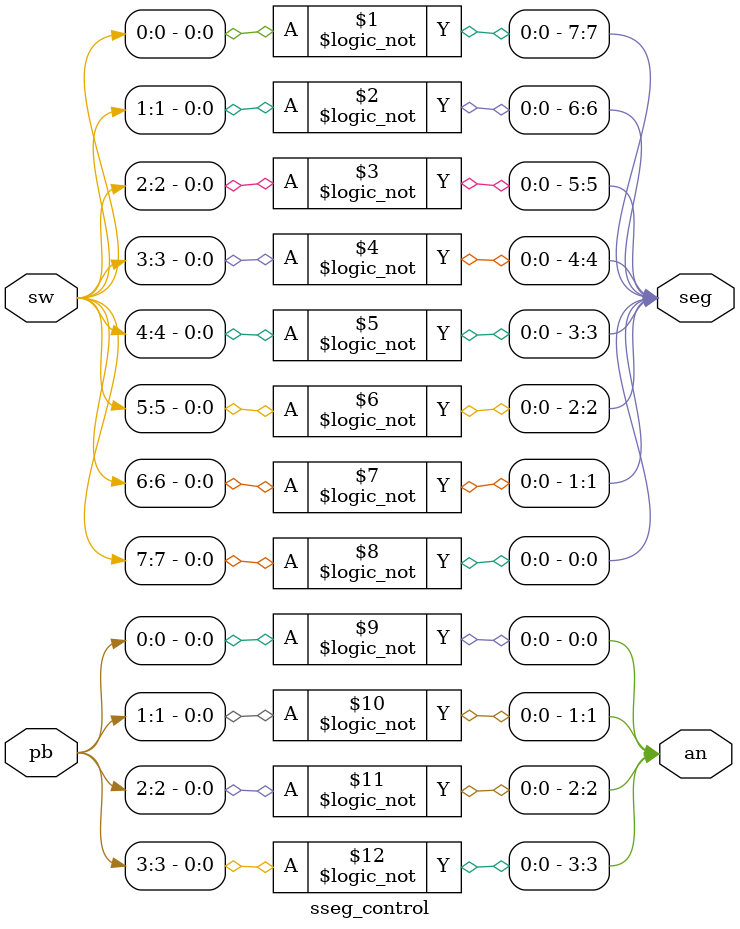
<source format=v>
`timescale 1ns / 1ps

module sseg_control(

    input [7:0]sw,
    input [3:0]pb,
    output [3:0]an,
    output [7:0]seg

    );
    
assign seg[7] = !sw[0];
assign seg[6] = !sw[1];
assign seg[5] = !sw[2];
assign seg[4] = !sw[3];
assign seg[3] = !sw[4];
assign seg[2] = !sw[5];
assign seg[1] = !sw[6];
assign seg[0] = !sw[7];
assign an[0] = !pb[0];
assign an[1] = !pb[1];
assign an[2] = !pb[2];
assign an[3] = !pb[3];


endmodule


</source>
